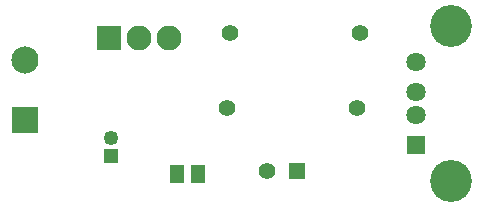
<source format=gbr>
%TF.GenerationSoftware,Altium Limited,Altium Designer,24.5.2 (23)*%
G04 Layer_Color=8388736*
%FSLAX45Y45*%
%MOMM*%
%TF.SameCoordinates,212D60A0-F292-481F-8A48-AB94694DD674*%
%TF.FilePolarity,Negative*%
%TF.FileFunction,Soldermask,Top*%
%TF.Part,Single*%
G01*
G75*
%TA.AperFunction,SMDPad,CuDef*%
%ADD28R,1.30320X1.58320*%
%TA.AperFunction,ComponentPad*%
%ADD29C,1.41120*%
%ADD30R,1.41120X1.41120*%
%ADD31C,1.40320*%
%ADD32C,1.25320*%
%ADD33R,1.25320X1.25320*%
%ADD34C,2.11320*%
%ADD35R,2.11320X2.11320*%
%ADD36C,1.63120*%
%ADD37R,1.63120X1.63120*%
%ADD38C,3.54920*%
%ADD39C,2.30320*%
%ADD40R,2.30320X2.30320*%
D28*
X4508099Y2819400D02*
D03*
X4331101D02*
D03*
D29*
X5092700Y2844800D02*
D03*
D30*
X5346700D02*
D03*
D31*
X4758599Y3378200D02*
D03*
X5858601D02*
D03*
X4783999Y4013200D02*
D03*
X5884001D02*
D03*
D32*
X3773099Y3123001D02*
D03*
D33*
Y2972999D02*
D03*
D34*
X4268201Y3975100D02*
D03*
X4013200D02*
D03*
D35*
X3758199D02*
D03*
D36*
X6354801Y3766302D02*
D03*
Y3516300D02*
D03*
Y3316300D02*
D03*
D37*
Y3066298D02*
D03*
D38*
X6654800Y4073301D02*
D03*
Y2759299D02*
D03*
D39*
X3048000Y3780602D02*
D03*
D40*
Y3280598D02*
D03*
%TF.MD5,bcda316fee8bfe9cafc58eec432d7c77*%
M02*

</source>
